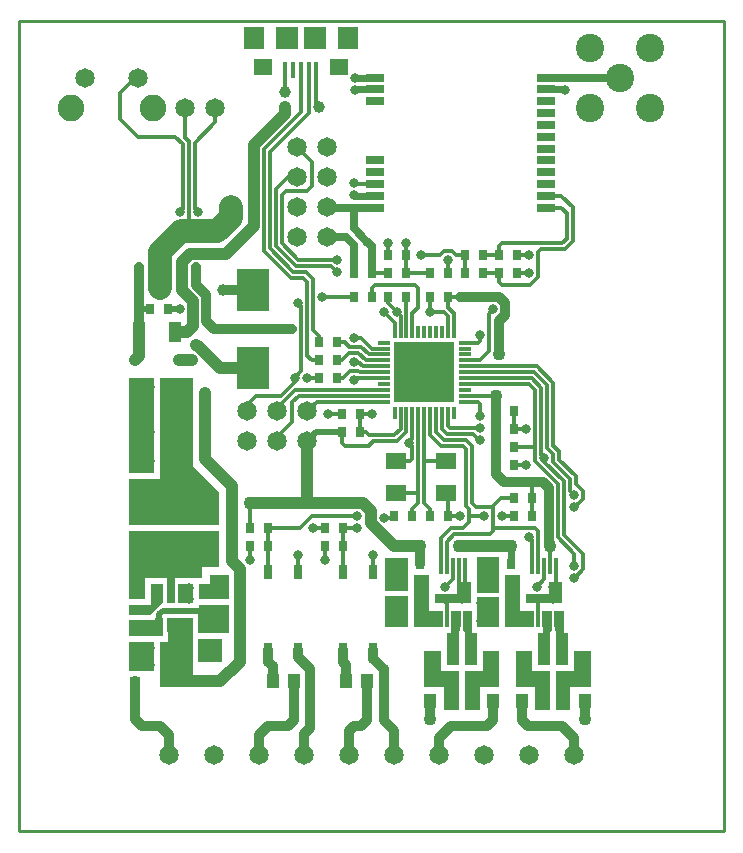
<source format=gbr>
G04 EAGLE Gerber RS-274X export*
G75*
%MOMM*%
%FSLAX34Y34*%
%LPD*%
%INTop Copper*%
%IPPOS*%
%AMOC8*
5,1,8,0,0,1.08239X$1,22.5*%
G01*
%ADD10R,0.762000X0.889000*%
%ADD11C,1.650000*%
%ADD12C,2.400000*%
%ADD13R,0.889000X0.762000*%
%ADD14R,1.016000X1.778000*%
%ADD15R,1.016000X0.304800*%
%ADD16R,0.304800X1.016000*%
%ADD17R,5.080000X5.080000*%
%ADD18R,0.762000X1.270000*%
%ADD19R,1.524000X0.700000*%
%ADD20R,1.016000X1.270000*%
%ADD21R,1.651000X1.397000*%
%ADD22R,1.800000X1.900000*%
%ADD23R,1.900000X1.900000*%
%ADD24R,1.600000X1.400000*%
%ADD25R,0.400000X1.400000*%
%ADD26R,2.794000X3.556000*%
%ADD27R,0.635000X1.143000*%
%ADD28R,3.400000X2.600000*%
%ADD29R,0.300000X1.397000*%
%ADD30C,2.250000*%
%ADD31C,0.806400*%
%ADD32C,0.304800*%
%ADD33C,1.006400*%
%ADD34C,0.609600*%
%ADD35C,0.508000*%
%ADD36C,0.685800*%
%ADD37C,0.812800*%
%ADD38C,1.106400*%
%ADD39C,0.762000*%
%ADD40C,2.032000*%
%ADD41C,1.016000*%
%ADD42C,0.635000*%
%ADD43C,0.254000*%

G36*
X168915Y259079D02*
X168915Y259079D01*
X168915Y259080D01*
X168915Y287020D01*
X168913Y287022D01*
X168914Y287024D01*
X147325Y308612D01*
X147325Y383540D01*
X147321Y383545D01*
X147320Y383545D01*
X119380Y383545D01*
X119375Y383541D01*
X119375Y383540D01*
X119375Y298455D01*
X92710Y298455D01*
X92705Y298451D01*
X92705Y298450D01*
X92705Y259080D01*
X92709Y259075D01*
X92710Y259075D01*
X168910Y259075D01*
X168915Y259079D01*
G37*
G36*
X106685Y196849D02*
X106685Y196849D01*
X106685Y196850D01*
X106685Y214625D01*
X154940Y214625D01*
X154945Y214629D01*
X154945Y214630D01*
X154945Y223515D01*
X168910Y223515D01*
X168915Y223519D01*
X168915Y223520D01*
X168915Y254000D01*
X168911Y254005D01*
X168910Y254005D01*
X92710Y254005D01*
X92705Y254001D01*
X92705Y254000D01*
X92705Y196850D01*
X92709Y196845D01*
X92710Y196845D01*
X106680Y196845D01*
X106685Y196849D01*
G37*
G36*
X114305Y303529D02*
X114305Y303529D01*
X114305Y303530D01*
X114305Y383540D01*
X114301Y383545D01*
X114300Y383545D01*
X92710Y383545D01*
X92705Y383541D01*
X92705Y383540D01*
X92705Y303530D01*
X92709Y303525D01*
X92710Y303525D01*
X114300Y303525D01*
X114305Y303529D01*
G37*
G36*
X147325Y121919D02*
X147325Y121919D01*
X147325Y121920D01*
X147325Y180340D01*
X147321Y180345D01*
X147320Y180345D01*
X125730Y180345D01*
X125725Y180341D01*
X125725Y180340D01*
X125725Y160025D01*
X119380Y160025D01*
X119375Y160021D01*
X119375Y160020D01*
X119375Y121920D01*
X119379Y121915D01*
X119380Y121915D01*
X147320Y121915D01*
X147325Y121919D01*
G37*
G36*
X389895Y102869D02*
X389895Y102869D01*
X389895Y102870D01*
X389895Y121915D01*
X406400Y121915D01*
X406405Y121919D01*
X406405Y121920D01*
X406405Y152400D01*
X406401Y152405D01*
X406400Y152405D01*
X392430Y152405D01*
X392425Y152401D01*
X392425Y152400D01*
X392425Y135895D01*
X377190Y135895D01*
X377185Y135891D01*
X377185Y135890D01*
X377185Y102870D01*
X377189Y102865D01*
X377190Y102865D01*
X389890Y102865D01*
X389895Y102869D01*
G37*
G36*
X372115Y102869D02*
X372115Y102869D01*
X372115Y102870D01*
X372115Y135890D01*
X372111Y135895D01*
X372110Y135895D01*
X356875Y135895D01*
X356875Y152400D01*
X356871Y152405D01*
X356870Y152405D01*
X342900Y152405D01*
X342895Y152401D01*
X342895Y152400D01*
X342895Y121920D01*
X342899Y121915D01*
X342900Y121915D01*
X359405Y121915D01*
X359405Y102870D01*
X359409Y102865D01*
X359410Y102865D01*
X372110Y102865D01*
X372115Y102869D01*
G37*
G36*
X449585Y102869D02*
X449585Y102869D01*
X449585Y102870D01*
X449585Y135890D01*
X449581Y135895D01*
X449580Y135895D01*
X434345Y135895D01*
X434345Y152400D01*
X434341Y152405D01*
X434340Y152405D01*
X420370Y152405D01*
X420365Y152401D01*
X420365Y152400D01*
X420365Y121920D01*
X420369Y121915D01*
X420370Y121915D01*
X436875Y121915D01*
X436875Y102870D01*
X436879Y102865D01*
X436880Y102865D01*
X449580Y102865D01*
X449585Y102869D01*
G37*
G36*
X466095Y102869D02*
X466095Y102869D01*
X466095Y102870D01*
X466095Y121915D01*
X483870Y121915D01*
X483875Y121919D01*
X483875Y121920D01*
X483875Y152400D01*
X483871Y152405D01*
X483870Y152405D01*
X469900Y152405D01*
X469895Y152401D01*
X469895Y152400D01*
X469895Y135895D01*
X454660Y135895D01*
X454655Y135891D01*
X454655Y135890D01*
X454655Y102870D01*
X454659Y102865D01*
X454660Y102865D01*
X466090Y102865D01*
X466095Y102869D01*
G37*
G36*
X435615Y172719D02*
X435615Y172719D01*
X435615Y172720D01*
X435615Y186690D01*
X435611Y186695D01*
X435610Y186695D01*
X424185Y186695D01*
X424185Y217170D01*
X424181Y217175D01*
X424180Y217175D01*
X411480Y217175D01*
X411475Y217171D01*
X411475Y217170D01*
X411475Y172720D01*
X411479Y172715D01*
X411480Y172715D01*
X435610Y172715D01*
X435615Y172719D01*
G37*
G36*
X358145Y172719D02*
X358145Y172719D01*
X358145Y172720D01*
X358145Y186690D01*
X358141Y186695D01*
X358140Y186695D01*
X346715Y186695D01*
X346715Y217170D01*
X346711Y217175D01*
X346710Y217175D01*
X334010Y217175D01*
X334005Y217171D01*
X334005Y217170D01*
X334005Y172720D01*
X334009Y172715D01*
X334010Y172715D01*
X358140Y172715D01*
X358145Y172719D01*
G37*
G36*
X177805Y167639D02*
X177805Y167639D01*
X177805Y167640D01*
X177805Y191770D01*
X177801Y191775D01*
X177800Y191775D01*
X152400Y191775D01*
X152395Y191771D01*
X152395Y191770D01*
X152395Y184155D01*
X151130Y184155D01*
X151125Y184151D01*
X151125Y184150D01*
X151125Y167640D01*
X151129Y167635D01*
X151130Y167635D01*
X177800Y167635D01*
X177805Y167639D01*
G37*
G36*
X406405Y201929D02*
X406405Y201929D01*
X406405Y201930D01*
X406405Y232410D01*
X406401Y232415D01*
X406400Y232415D01*
X387350Y232415D01*
X387345Y232411D01*
X387345Y232410D01*
X387345Y201930D01*
X387349Y201925D01*
X387350Y201925D01*
X406400Y201925D01*
X406405Y201929D01*
G37*
G36*
X328935Y203199D02*
X328935Y203199D01*
X328935Y203200D01*
X328935Y231140D01*
X328931Y231145D01*
X328930Y231145D01*
X309880Y231145D01*
X309875Y231141D01*
X309875Y231140D01*
X309875Y203200D01*
X309879Y203195D01*
X309880Y203195D01*
X328930Y203195D01*
X328935Y203199D01*
G37*
G36*
X114305Y135889D02*
X114305Y135889D01*
X114305Y135890D01*
X114305Y160020D01*
X114301Y160025D01*
X114300Y160025D01*
X92710Y160025D01*
X92705Y160021D01*
X92705Y160020D01*
X92705Y135890D01*
X92709Y135885D01*
X92710Y135885D01*
X114300Y135885D01*
X114305Y135889D01*
G37*
G36*
X328935Y172719D02*
X328935Y172719D01*
X328935Y172720D01*
X328935Y199390D01*
X328931Y199395D01*
X328930Y199395D01*
X309880Y199395D01*
X309875Y199391D01*
X309875Y199390D01*
X309875Y172720D01*
X309879Y172715D01*
X309880Y172715D01*
X328930Y172715D01*
X328935Y172719D01*
G37*
G36*
X406405Y172719D02*
X406405Y172719D01*
X406405Y172720D01*
X406405Y198120D01*
X406401Y198125D01*
X406400Y198125D01*
X387350Y198125D01*
X387345Y198121D01*
X387345Y198120D01*
X387345Y172720D01*
X387349Y172715D01*
X387350Y172715D01*
X406400Y172715D01*
X406405Y172719D01*
G37*
G36*
X177805Y196849D02*
X177805Y196849D01*
X177805Y196850D01*
X177805Y217170D01*
X177801Y217175D01*
X177800Y217175D01*
X161290Y217175D01*
X161285Y217171D01*
X161285Y217170D01*
X161285Y209555D01*
X152400Y209555D01*
X152395Y209551D01*
X152395Y209550D01*
X152395Y196850D01*
X152399Y196845D01*
X152400Y196845D01*
X177800Y196845D01*
X177805Y196849D01*
G37*
G36*
X464825Y140969D02*
X464825Y140969D01*
X464825Y140970D01*
X464825Y167640D01*
X464821Y167645D01*
X464820Y167645D01*
X461015Y167645D01*
X461015Y186690D01*
X461011Y186695D01*
X461010Y186695D01*
X453390Y186695D01*
X453385Y186691D01*
X453385Y186690D01*
X453385Y170180D01*
X453387Y170178D01*
X453386Y170176D01*
X454655Y168908D01*
X454655Y140970D01*
X454659Y140965D01*
X454660Y140965D01*
X464820Y140965D01*
X464825Y140969D01*
G37*
G36*
X387355Y140969D02*
X387355Y140969D01*
X387355Y140970D01*
X387355Y167640D01*
X387351Y167645D01*
X387350Y167645D01*
X383545Y167645D01*
X383545Y186690D01*
X383541Y186695D01*
X383540Y186695D01*
X375920Y186695D01*
X375915Y186691D01*
X375915Y186690D01*
X375915Y170180D01*
X375917Y170178D01*
X375916Y170176D01*
X377185Y168908D01*
X377185Y140970D01*
X377189Y140965D01*
X377190Y140965D01*
X387350Y140965D01*
X387355Y140969D01*
G37*
G36*
X372115Y140969D02*
X372115Y140969D01*
X372115Y140970D01*
X372115Y168908D01*
X373384Y170176D01*
X373384Y170179D01*
X373385Y170180D01*
X373385Y186690D01*
X373381Y186695D01*
X373380Y186695D01*
X365760Y186695D01*
X365755Y186691D01*
X365755Y186690D01*
X365755Y167645D01*
X361950Y167645D01*
X361945Y167641D01*
X361945Y167640D01*
X361945Y140970D01*
X361949Y140965D01*
X361950Y140965D01*
X372110Y140965D01*
X372115Y140969D01*
G37*
G36*
X449585Y140969D02*
X449585Y140969D01*
X449585Y140970D01*
X449585Y168908D01*
X450854Y170176D01*
X450854Y170179D01*
X450855Y170180D01*
X450855Y186690D01*
X450851Y186695D01*
X450850Y186695D01*
X443230Y186695D01*
X443225Y186691D01*
X443225Y186690D01*
X443225Y167645D01*
X439420Y167645D01*
X439415Y167641D01*
X439415Y167640D01*
X439415Y140970D01*
X439419Y140965D01*
X439420Y140965D01*
X449580Y140965D01*
X449585Y140969D01*
G37*
G36*
X121925Y165099D02*
X121925Y165099D01*
X121925Y165100D01*
X121925Y179070D01*
X121921Y179075D01*
X121920Y179075D01*
X92710Y179075D01*
X92705Y179071D01*
X92705Y179070D01*
X92705Y165100D01*
X92709Y165095D01*
X92710Y165095D01*
X121920Y165095D01*
X121925Y165099D01*
G37*
G36*
X171455Y143509D02*
X171455Y143509D01*
X171455Y143510D01*
X171455Y162560D01*
X171451Y162565D01*
X171450Y162565D01*
X151130Y162565D01*
X151125Y162561D01*
X151125Y162560D01*
X151125Y143510D01*
X151129Y143505D01*
X151130Y143505D01*
X171450Y143505D01*
X171455Y143509D01*
G37*
G36*
X110492Y182877D02*
X110492Y182877D01*
X110494Y182876D01*
X121924Y194306D01*
X121924Y194309D01*
X121925Y194310D01*
X121925Y209550D01*
X121921Y209555D01*
X121920Y209555D01*
X111760Y209555D01*
X111755Y209551D01*
X111755Y209550D01*
X111755Y191775D01*
X92710Y191775D01*
X92705Y191771D01*
X92705Y191770D01*
X92705Y182880D01*
X92709Y182875D01*
X92710Y182875D01*
X110490Y182875D01*
X110492Y182877D01*
G37*
G36*
X459745Y193039D02*
X459745Y193039D01*
X459745Y193040D01*
X459745Y210820D01*
X459741Y210825D01*
X459740Y210825D01*
X448310Y210825D01*
X448305Y210821D01*
X448305Y210820D01*
X448305Y200665D01*
X429260Y200665D01*
X429255Y200661D01*
X429255Y200660D01*
X429255Y193040D01*
X429259Y193035D01*
X429260Y193035D01*
X459740Y193035D01*
X459745Y193039D01*
G37*
G36*
X382275Y193039D02*
X382275Y193039D01*
X382275Y193040D01*
X382275Y210820D01*
X382271Y210825D01*
X382270Y210825D01*
X370840Y210825D01*
X370835Y210821D01*
X370835Y210820D01*
X370835Y200665D01*
X351790Y200665D01*
X351785Y200661D01*
X351785Y200660D01*
X351785Y193040D01*
X351789Y193035D01*
X351790Y193035D01*
X382270Y193035D01*
X382275Y193039D01*
G37*
G36*
X147325Y193039D02*
X147325Y193039D01*
X147325Y193040D01*
X147325Y209550D01*
X147321Y209555D01*
X147320Y209555D01*
X134620Y209555D01*
X134615Y209551D01*
X134615Y209550D01*
X134615Y193040D01*
X134619Y193035D01*
X134620Y193035D01*
X147320Y193035D01*
X147325Y193039D01*
G37*
D10*
X419100Y340360D03*
X403860Y340360D03*
X125730Y441960D03*
X110490Y441960D03*
X283210Y487680D03*
X298450Y487680D03*
X283210Y472440D03*
X298450Y472440D03*
X363220Y472440D03*
X347980Y472440D03*
X419100Y355600D03*
X403860Y355600D03*
X317500Y266700D03*
X332740Y266700D03*
X363220Y266700D03*
X347980Y266700D03*
X312420Y452120D03*
X327660Y452120D03*
X254000Y383540D03*
X269240Y383540D03*
X273050Y353060D03*
X288290Y353060D03*
D11*
X218440Y330200D03*
X193040Y355600D03*
X193040Y330200D03*
X243840Y355600D03*
X243840Y330200D03*
X218440Y355600D03*
X234950Y502920D03*
X260350Y579120D03*
X260350Y553720D03*
X234950Y579120D03*
X234950Y553720D03*
X234950Y528320D03*
X260350Y528320D03*
X260350Y502920D03*
D12*
X508450Y637540D03*
X483050Y662940D03*
X483050Y612140D03*
X533850Y612140D03*
X533850Y662940D03*
D13*
X135255Y398780D03*
X98425Y398780D03*
X135255Y127000D03*
X98425Y127000D03*
X135255Y375920D03*
X98425Y375920D03*
D14*
X132080Y422910D03*
X101600Y422910D03*
D15*
X308610Y413620D03*
X308610Y408620D03*
X308610Y403620D03*
X308610Y398620D03*
X308610Y393620D03*
X308610Y388620D03*
X308610Y383620D03*
X308610Y378620D03*
X308610Y373620D03*
X308610Y368620D03*
X308610Y363620D03*
D16*
X317900Y354330D03*
X322900Y354330D03*
X327900Y354330D03*
X332900Y354330D03*
X337900Y354330D03*
X342900Y354330D03*
X347900Y354330D03*
X352900Y354330D03*
X357900Y354330D03*
X362900Y354330D03*
X367900Y354330D03*
D15*
X377190Y363620D03*
X377190Y368620D03*
X377190Y373620D03*
X377190Y378620D03*
X377190Y383620D03*
X377190Y388620D03*
X377190Y393620D03*
X377190Y398620D03*
X377190Y403620D03*
X377190Y408620D03*
X377190Y413620D03*
D16*
X367900Y422910D03*
X362900Y422910D03*
X357900Y422910D03*
X352900Y422910D03*
X347900Y422910D03*
X342900Y422910D03*
X337900Y422910D03*
X332900Y422910D03*
X327900Y422910D03*
X322900Y422910D03*
X317900Y422910D03*
D17*
X342900Y388620D03*
D18*
X210820Y153690D03*
X236220Y153690D03*
X236220Y219690D03*
X210820Y219690D03*
X274320Y153690D03*
X299720Y153690D03*
X299720Y219690D03*
X274320Y219690D03*
D19*
X445770Y527970D03*
X445770Y537970D03*
X445770Y547970D03*
X445770Y557970D03*
X445770Y567970D03*
X445770Y577970D03*
X445770Y587970D03*
X445770Y597970D03*
X445770Y607970D03*
X445770Y617970D03*
X445770Y627970D03*
X445770Y637970D03*
X300990Y637970D03*
X300990Y627970D03*
X300990Y617970D03*
X300990Y567970D03*
X300990Y557970D03*
X300990Y547970D03*
X300990Y537970D03*
X300990Y527970D03*
D10*
X273050Y337820D03*
X288290Y337820D03*
X254000Y414020D03*
X269240Y414020D03*
D20*
X232410Y127000D03*
X214630Y127000D03*
D10*
X195580Y256540D03*
X210820Y256540D03*
D20*
X294640Y127000D03*
X276860Y127000D03*
D10*
X259080Y256540D03*
X274320Y256540D03*
X254000Y398780D03*
X269240Y398780D03*
X421640Y487680D03*
X406400Y487680D03*
X298450Y452120D03*
X283210Y452120D03*
X392430Y487680D03*
X377190Y487680D03*
X421640Y472440D03*
X406400Y472440D03*
X392430Y472440D03*
X377190Y472440D03*
X327660Y487680D03*
X312420Y487680D03*
X327660Y472440D03*
X312420Y472440D03*
D21*
X319405Y286385D03*
X361315Y286385D03*
X361315Y313055D03*
X319405Y313055D03*
D22*
X278450Y671300D03*
D23*
X250450Y671300D03*
D22*
X198450Y671300D03*
D23*
X226450Y671300D03*
D24*
X270450Y647300D03*
X206450Y647300D03*
D25*
X238450Y644300D03*
X244950Y644300D03*
X251450Y644300D03*
X231950Y644300D03*
X225450Y644300D03*
D26*
X198120Y392430D03*
X198120Y458470D03*
D10*
X347980Y452120D03*
X363220Y452120D03*
D27*
X118770Y174625D03*
X128270Y174625D03*
X137770Y174625D03*
X137770Y198755D03*
X128270Y198755D03*
X118770Y198755D03*
D14*
X101600Y151130D03*
X132080Y151130D03*
X101600Y313690D03*
X132080Y313690D03*
X101600Y337820D03*
X132080Y337820D03*
D28*
X128270Y285540D03*
X128270Y227540D03*
D13*
X100330Y201930D03*
X100330Y186690D03*
D10*
X109220Y356870D03*
X124460Y356870D03*
D13*
X156210Y157480D03*
X156210Y172720D03*
X171450Y201930D03*
X171450Y186690D03*
X156210Y186690D03*
X156210Y201930D03*
D10*
X444500Y161290D03*
X459740Y161290D03*
X429260Y146050D03*
X444500Y146050D03*
X474980Y146050D03*
X459740Y146050D03*
X195580Y241300D03*
X210820Y241300D03*
X259080Y241300D03*
X274320Y241300D03*
X401320Y193040D03*
X416560Y193040D03*
X401320Y177800D03*
X416560Y177800D03*
X434340Y266700D03*
X419100Y266700D03*
X434340Y281940D03*
X419100Y281940D03*
X416560Y226060D03*
X401320Y226060D03*
D20*
X400050Y209550D03*
X417830Y209550D03*
D10*
X382270Y146050D03*
X397510Y146050D03*
X367030Y146050D03*
X351790Y146050D03*
X367030Y161290D03*
X382270Y161290D03*
X323850Y177800D03*
X339090Y177800D03*
X323850Y193040D03*
X339090Y193040D03*
D20*
X322580Y209550D03*
X340360Y209550D03*
D10*
X339090Y226060D03*
X323850Y226060D03*
D29*
X377030Y224155D03*
X372030Y224155D03*
X367030Y224155D03*
X362030Y224155D03*
X357030Y224155D03*
X357030Y179705D03*
X362030Y179705D03*
X367030Y179705D03*
X372030Y179705D03*
X377030Y179705D03*
X454500Y224155D03*
X449500Y224155D03*
X444500Y224155D03*
X439500Y224155D03*
X434500Y224155D03*
X434500Y179705D03*
X439500Y179705D03*
X444500Y179705D03*
X449500Y179705D03*
X454500Y179705D03*
D10*
X403860Y325120D03*
X419100Y325120D03*
X403860Y309880D03*
X419100Y309880D03*
D11*
X393700Y64770D03*
X355600Y64770D03*
X317500Y64770D03*
X279400Y64770D03*
X241300Y64770D03*
X203200Y64770D03*
X165100Y64770D03*
X127000Y64770D03*
X431800Y64770D03*
X469900Y64770D03*
X100950Y637540D03*
X55950Y637540D03*
D30*
X113450Y612540D03*
X43450Y612540D03*
D11*
X140750Y612140D03*
X166150Y612140D03*
D20*
X365760Y129540D03*
X383540Y129540D03*
X443230Y129540D03*
X461010Y129540D03*
X347980Y110490D03*
X365760Y110490D03*
X401320Y110490D03*
X383540Y110490D03*
X425450Y110490D03*
X443230Y110490D03*
X478790Y110490D03*
X461010Y110490D03*
D31*
X308610Y265430D03*
X373380Y266700D03*
D32*
X317500Y266700D02*
X316230Y265430D01*
X308610Y265430D01*
X363220Y266700D02*
X373380Y266700D01*
X363220Y266700D02*
X363220Y284480D01*
X361315Y286385D01*
D31*
X389890Y351790D03*
D32*
X389890Y361950D01*
D31*
X330200Y328930D03*
D32*
X332900Y331630D01*
X330200Y328930D02*
X332820Y326310D01*
X330835Y313055D02*
X319405Y313055D01*
X332820Y315040D02*
X332820Y326310D01*
X332820Y315040D02*
X330835Y313055D01*
D31*
X261620Y353060D03*
D32*
X273050Y353060D01*
D31*
X389890Y420370D03*
D32*
X388220Y413620D02*
X377190Y413620D01*
X389890Y415290D02*
X389890Y420370D01*
X389890Y415290D02*
X388220Y413620D01*
D31*
X135890Y441960D03*
X283210Y397510D03*
D32*
X287020Y397510D01*
D31*
X243840Y383540D03*
D32*
X254000Y383540D01*
D31*
X320040Y439420D03*
D32*
X322900Y436560D02*
X322900Y422910D01*
X322900Y436560D02*
X320040Y439420D01*
D33*
X224790Y626110D03*
D31*
X284480Y637540D03*
X284480Y627380D03*
X462280Y627380D03*
X283210Y538480D03*
D34*
X284910Y637970D02*
X300990Y637970D01*
X284910Y637970D02*
X284480Y637540D01*
X285070Y627970D02*
X300990Y627970D01*
X285070Y627970D02*
X284480Y627380D01*
X283720Y537970D02*
X300990Y537970D01*
X283720Y537970D02*
X283210Y538480D01*
X445770Y627970D02*
X461690Y627970D01*
X462280Y627380D01*
D31*
X347980Y439420D03*
X198120Y671830D03*
D32*
X196840Y671830D01*
X198450Y671300D01*
D31*
X227330Y671830D03*
D32*
X226800Y671300D01*
X226450Y671300D01*
D31*
X250190Y671830D03*
D32*
X250190Y671317D01*
X250450Y671300D01*
D31*
X279400Y671830D03*
D32*
X278870Y671300D01*
X278450Y671300D01*
D31*
X207010Y646430D03*
D32*
X206159Y647281D01*
X206450Y647300D01*
D31*
X270510Y646430D03*
D32*
X270450Y646490D01*
X270450Y647300D01*
D31*
X110490Y375920D03*
X99060Y356870D03*
X110490Y337820D03*
X110490Y313690D03*
X143510Y205740D03*
X143510Y196850D03*
X166370Y157480D03*
X110490Y154940D03*
X110490Y140970D03*
D35*
X125730Y441960D02*
X135890Y441960D01*
D31*
X313690Y193040D03*
X313690Y177800D03*
X391160Y193040D03*
X391160Y177800D03*
X360680Y196850D03*
X374650Y196850D03*
X374650Y207010D03*
D32*
X362030Y196850D02*
X362030Y179705D01*
X362030Y196850D02*
X360680Y196850D01*
X372030Y207010D02*
X372030Y224155D01*
X372030Y207010D02*
X374650Y207010D01*
X377030Y207010D02*
X377030Y224155D01*
X377030Y207010D02*
X374650Y207010D01*
D31*
X452120Y207010D03*
X438150Y196850D03*
X452120Y196850D03*
D32*
X439500Y195500D02*
X439500Y179705D01*
X439500Y195500D02*
X438150Y196850D01*
X454500Y209390D02*
X454500Y224155D01*
X454500Y209390D02*
X452120Y207010D01*
X347980Y439420D02*
X347980Y452120D01*
D31*
X156210Y147320D03*
X325120Y406400D03*
X360680Y406400D03*
X360680Y370840D03*
X325120Y370840D03*
D32*
X325120Y388620D02*
X342900Y388620D01*
X325120Y388620D02*
X325120Y406400D01*
X342900Y406400D02*
X342900Y388620D01*
X342900Y406400D02*
X360680Y406400D01*
X360680Y388620D02*
X342900Y388620D01*
X360680Y388620D02*
X360680Y370840D01*
X342900Y370840D02*
X342900Y388620D01*
X342900Y370840D02*
X325120Y370840D01*
X362900Y422910D02*
X362900Y435930D01*
X312420Y447008D02*
X312420Y452120D01*
X312452Y447008D02*
X320040Y439420D01*
X312452Y447008D02*
X312420Y447008D01*
D31*
X299720Y233680D03*
D32*
X299720Y219690D01*
D31*
X195580Y229870D03*
X236220Y233680D03*
X259080Y229870D03*
D32*
X195580Y229870D02*
X195580Y241300D01*
X236220Y233680D02*
X236220Y219690D01*
X259080Y229870D02*
X259080Y241300D01*
X225450Y626770D02*
X225450Y644300D01*
X225450Y626770D02*
X224790Y626110D01*
X359410Y439420D02*
X362900Y435930D01*
X359410Y439420D02*
X347980Y439420D01*
X419100Y355600D02*
X419100Y340360D01*
D31*
X429260Y340360D03*
D32*
X419100Y340360D01*
D36*
X283210Y472440D02*
X283210Y487680D01*
X283210Y496570D01*
X276860Y502920D02*
X260350Y502920D01*
X276860Y502920D02*
X283210Y496570D01*
D31*
X363220Y483870D03*
D32*
X363220Y472440D01*
D33*
X172720Y458470D03*
D37*
X198120Y458470D01*
D32*
X290910Y393620D02*
X308610Y393620D01*
X290910Y393620D02*
X287020Y397510D01*
X332900Y354330D02*
X332900Y331630D01*
X377190Y363620D02*
X388220Y363620D01*
X389890Y361950D01*
D31*
X283210Y548640D03*
D32*
X283880Y547970D02*
X300990Y547970D01*
X283880Y547970D02*
X283210Y548640D01*
X327660Y487680D02*
X327660Y472440D01*
D31*
X327660Y497840D03*
D32*
X327660Y487680D01*
X327660Y472440D02*
X347980Y472440D01*
D31*
X308610Y439420D03*
D32*
X317900Y430130D02*
X317900Y422910D01*
X317900Y430130D02*
X308610Y439420D01*
D38*
X179070Y528320D03*
D39*
X171450Y201930D02*
X156210Y201930D01*
D31*
X167640Y212090D03*
D38*
X153670Y278130D03*
X119380Y459740D03*
D40*
X119380Y490220D01*
D38*
X138430Y356870D03*
X195580Y278130D03*
X449580Y241300D03*
X416560Y241300D03*
X372110Y241300D03*
D41*
X416560Y241300D01*
D32*
X449500Y241220D02*
X449500Y224155D01*
X449500Y241220D02*
X449580Y241300D01*
D38*
X339090Y241300D03*
D37*
X339090Y226060D01*
D34*
X416560Y226060D02*
X416560Y241300D01*
D33*
X149860Y411480D03*
D32*
X367900Y422910D02*
X367900Y438550D01*
X363220Y443230D01*
X363220Y452120D01*
D41*
X290830Y278130D02*
X297466Y271494D01*
X297466Y260814D02*
X316980Y241300D01*
X297466Y260814D02*
X297466Y271494D01*
X316980Y241300D02*
X339090Y241300D01*
X290830Y278130D02*
X248920Y278130D01*
D31*
X248920Y256540D03*
D41*
X248920Y278130D02*
X242570Y278130D01*
X195580Y278130D01*
D32*
X248920Y256540D02*
X259080Y256540D01*
X195580Y256540D02*
X195580Y278130D01*
D31*
X248920Y278130D03*
D41*
X198120Y392430D02*
X169642Y392430D01*
X150368Y410972D02*
X149860Y411480D01*
X150368Y410972D02*
X151100Y410972D01*
X169642Y392430D01*
D40*
X119380Y490220D02*
X137160Y508000D01*
X179070Y519430D02*
X179070Y528320D01*
X167640Y508000D02*
X137160Y508000D01*
X167640Y508000D02*
X179070Y519430D01*
D37*
X448310Y290830D02*
X448310Y242570D01*
X449580Y241300D01*
X448310Y290830D02*
X443230Y295910D01*
X434340Y295910D01*
X410210Y295910D01*
D32*
X434340Y295910D02*
X434340Y281940D01*
X434340Y266700D01*
X143542Y514382D02*
X137160Y508000D01*
D41*
X243840Y330200D02*
X243840Y279400D01*
X242570Y278130D01*
D37*
X403860Y340360D02*
X403860Y355600D01*
X403860Y340360D02*
X403860Y325120D01*
X403860Y309880D01*
X403860Y302260D02*
X410210Y295910D01*
X403860Y302260D02*
X403860Y309880D01*
D38*
X403860Y368300D03*
D37*
X403860Y355600D01*
D35*
X251460Y337820D02*
X243840Y330200D01*
X251460Y337820D02*
X273050Y337820D01*
D32*
X273050Y328930D02*
X275590Y326390D01*
X273050Y328930D02*
X273050Y337820D01*
X275590Y326390D02*
X295910Y326390D01*
X299720Y330200D02*
X320040Y330200D01*
X299720Y330200D02*
X295910Y326390D01*
D31*
X373380Y452120D03*
D32*
X363220Y452120D01*
D37*
X373380Y452120D02*
X406400Y452120D01*
X411448Y447072D01*
D32*
X403540Y368620D02*
X377190Y368620D01*
X403540Y368620D02*
X403860Y368300D01*
D37*
X411448Y436848D02*
X411448Y447072D01*
X411448Y436848D02*
X406400Y431800D01*
D38*
X406400Y403860D03*
D37*
X406400Y431800D01*
D32*
X327900Y354330D02*
X327900Y338060D01*
X320040Y330200D01*
X140750Y586960D02*
X140750Y612140D01*
X143542Y584168D02*
X143542Y514382D01*
X143542Y584168D02*
X140750Y586960D01*
X251860Y363620D02*
X243840Y355600D01*
X251860Y363620D02*
X308610Y363620D01*
X231140Y346710D02*
X218440Y334010D01*
X218440Y330200D01*
X231140Y363220D02*
X236540Y368620D01*
X231140Y363220D02*
X231140Y346710D01*
X236540Y368620D02*
X308610Y368620D01*
X319405Y286385D02*
X337900Y286385D01*
X337900Y278210D01*
X332740Y273050D01*
X332740Y266700D01*
X337900Y286385D02*
X337900Y354330D01*
X342900Y313055D02*
X361315Y313055D01*
X342900Y313055D02*
X342900Y278130D01*
X347980Y273050D01*
X347980Y266700D01*
X342900Y313055D02*
X342900Y354330D01*
X289560Y410210D02*
X279400Y410210D01*
X275590Y414020D01*
X269240Y414020D01*
X296150Y403620D02*
X308610Y403620D01*
X296150Y403620D02*
X289560Y410210D01*
X287020Y405130D02*
X279400Y405130D01*
X273050Y398780D01*
X269240Y398780D01*
X293530Y398620D02*
X308610Y398620D01*
X293530Y398620D02*
X287020Y405130D01*
X218440Y358140D02*
X218440Y355600D01*
X218440Y358140D02*
X233920Y373620D01*
X308610Y373620D01*
X327900Y451880D02*
X327660Y452120D01*
X327900Y451880D02*
X327900Y422910D01*
D31*
X283210Y382270D03*
D32*
X284560Y383620D02*
X308610Y383620D01*
X284560Y383620D02*
X283210Y382270D01*
D31*
X283210Y417830D03*
D32*
X289560Y417830D01*
D31*
X149860Y477520D03*
X101600Y477520D03*
D41*
X101600Y401955D02*
X98425Y398780D01*
X101600Y401955D02*
X101600Y422910D01*
D37*
X101600Y441960D02*
X101600Y477520D01*
D35*
X101600Y441960D02*
X110490Y441960D01*
D37*
X101600Y441960D02*
X101600Y422910D01*
X149860Y462095D02*
X149860Y477520D01*
X149860Y462095D02*
X158210Y453745D01*
X158210Y432340D01*
X165100Y425450D01*
D31*
X231140Y425450D03*
D37*
X165100Y425450D01*
D32*
X298770Y408620D02*
X308610Y408620D01*
X298770Y408620D02*
X289560Y417830D01*
X287020Y389890D02*
X280099Y389890D01*
X273749Y383540D02*
X269240Y383540D01*
X273749Y383540D02*
X280099Y389890D01*
X288290Y388620D02*
X308610Y388620D01*
X288290Y388620D02*
X287020Y389890D01*
X392430Y487680D02*
X406400Y487680D01*
X406400Y495300D01*
X408940Y497840D01*
X459740Y497840D01*
X463550Y501650D02*
X463550Y523240D01*
X463550Y501650D02*
X459740Y497840D01*
X458820Y527970D02*
X445770Y527970D01*
X458820Y527970D02*
X463550Y523240D01*
X406400Y472440D02*
X392430Y472440D01*
X406400Y472440D02*
X406400Y464820D01*
X408940Y462280D01*
X432371Y462280D01*
X439388Y490188D02*
X441960Y492760D01*
X439388Y490188D02*
X439388Y469297D01*
X432371Y462280D01*
X441960Y492760D02*
X461844Y492760D01*
X468630Y499546D01*
X458980Y537970D02*
X445770Y537970D01*
X468630Y528320D02*
X468630Y499546D01*
X468630Y528320D02*
X458980Y537970D01*
D36*
X260700Y527970D02*
X260350Y528320D01*
X283210Y527970D02*
X300990Y527970D01*
X283210Y527970D02*
X260700Y527970D01*
X283210Y527970D02*
X283210Y510540D01*
X294640Y499110D01*
X298450Y495300D01*
X298450Y487680D01*
X298450Y472440D01*
D32*
X312420Y472440D01*
D31*
X294640Y499110D03*
X340360Y487680D03*
D32*
X356171Y487680D02*
X359981Y491490D01*
X356171Y487680D02*
X340360Y487680D01*
X359981Y491490D02*
X366331Y491490D01*
X370141Y487680D02*
X377190Y487680D01*
X370141Y487680D02*
X366331Y491490D01*
X377190Y487680D02*
X377190Y472440D01*
D31*
X431800Y248920D03*
D32*
X434500Y246220D02*
X434500Y224155D01*
X434500Y246220D02*
X431800Y248920D01*
D31*
X408940Y266700D03*
X393700Y266700D03*
D32*
X375920Y326390D02*
X356870Y326390D01*
X357030Y247810D02*
X357030Y224155D01*
X357030Y247810D02*
X365958Y256738D01*
X408940Y266700D02*
X419100Y266700D01*
X378460Y323850D02*
X375920Y326390D01*
X378460Y275590D02*
X381000Y273050D01*
X378460Y275590D02*
X378460Y323850D01*
X376118Y256738D02*
X365958Y256738D01*
X381000Y261620D02*
X381000Y266700D01*
X381000Y273050D01*
X381000Y261620D02*
X376118Y256738D01*
X381000Y266700D02*
X393700Y266700D01*
X347900Y335360D02*
X347900Y354330D01*
X347900Y335360D02*
X356870Y326390D01*
X359410Y331470D02*
X378460Y331470D01*
X362030Y245190D02*
X362030Y224155D01*
X383540Y326390D02*
X378460Y331470D01*
X383540Y326390D02*
X383540Y277694D01*
X386914Y274320D01*
X401288Y269843D02*
X401288Y256540D01*
X401288Y269843D02*
X401320Y269875D01*
X401320Y274320D01*
X401320Y275590D01*
X407670Y281940D01*
X419100Y281940D01*
X401320Y274320D02*
X386914Y274320D01*
X368300Y251460D02*
X362030Y245190D01*
X436880Y256540D02*
X439500Y253920D01*
X436880Y256540D02*
X401288Y256540D01*
X439500Y253920D02*
X439500Y224155D01*
X398748Y251460D02*
X368300Y251460D01*
X398748Y251460D02*
X401288Y254000D01*
X401288Y256540D01*
X352900Y337980D02*
X352900Y354330D01*
X352900Y337980D02*
X359410Y331470D01*
D37*
X98425Y127000D02*
X98425Y94615D01*
X104140Y88900D01*
X119380Y88900D01*
X127000Y81280D02*
X127000Y64770D01*
X127000Y81280D02*
X119380Y88900D01*
D32*
X254000Y414020D02*
X254000Y419100D01*
X248920Y424180D01*
X248920Y467360D02*
X242570Y473710D01*
X248920Y467360D02*
X248920Y424180D01*
X242570Y473710D02*
X232012Y473710D01*
X212090Y493632D01*
X212090Y575310D01*
X244950Y608170D02*
X244950Y644300D01*
X244950Y608170D02*
X212090Y575310D01*
X243840Y402590D02*
X247650Y398780D01*
X254000Y398780D01*
X240466Y468630D02*
X229907Y468630D01*
X240466Y468630D02*
X243840Y465256D01*
X229907Y468630D02*
X207010Y491527D01*
X243840Y465256D02*
X243840Y402590D01*
X207010Y491527D02*
X207010Y577414D01*
X238450Y608854D02*
X238450Y644300D01*
X238450Y608854D02*
X207010Y577414D01*
D36*
X445770Y637970D02*
X505470Y637970D01*
X508450Y637540D01*
D31*
X312420Y497840D03*
D32*
X312420Y487680D01*
D31*
X401320Y441960D03*
D32*
X389730Y398620D02*
X377190Y398620D01*
X389730Y398620D02*
X397478Y406368D01*
X397478Y438118D02*
X401320Y441960D01*
X397478Y438118D02*
X397478Y406368D01*
D31*
X431800Y487680D03*
D32*
X421640Y487680D01*
D31*
X431800Y472440D03*
D32*
X421640Y472440D01*
D37*
X210820Y153690D02*
X210820Y143510D01*
X214630Y139700D01*
X214630Y127000D01*
X274320Y143510D02*
X274320Y153690D01*
X274320Y143510D02*
X276860Y140970D01*
X276860Y127000D01*
X236220Y147320D02*
X236220Y153690D01*
X236220Y147320D02*
X246380Y137160D01*
X246380Y87630D01*
X241300Y82550D02*
X241300Y64770D01*
X241300Y82550D02*
X246380Y87630D01*
X232410Y93980D02*
X232410Y127000D01*
X232410Y93980D02*
X227330Y88900D01*
X210820Y88900D01*
X203200Y81280D02*
X203200Y64770D01*
X203200Y81280D02*
X210820Y88900D01*
D41*
X180340Y292100D02*
X157480Y314960D01*
X180340Y228600D02*
X186690Y222250D01*
X186690Y143510D01*
X170180Y127000D02*
X135255Y127000D01*
X180340Y228600D02*
X180340Y292100D01*
X186690Y143510D02*
X170180Y127000D01*
D33*
X146050Y398780D03*
D41*
X135255Y398780D01*
D33*
X157480Y370840D03*
D41*
X157480Y314960D01*
D31*
X298450Y353060D03*
D32*
X288290Y353060D02*
X288290Y337820D01*
D31*
X233680Y383540D03*
D32*
X200660Y368300D02*
X193040Y360680D01*
X193040Y355600D01*
X288290Y337820D02*
X293370Y337820D01*
X295910Y335280D02*
X317500Y335280D01*
X295910Y335280D02*
X293370Y337820D01*
X221416Y368300D02*
X200660Y368300D01*
X233680Y380564D02*
X233680Y383540D01*
X233680Y380564D02*
X221416Y368300D01*
X233680Y383540D02*
X236252Y386112D01*
X236252Y386683D01*
X238760Y389191D01*
D31*
X236220Y447040D03*
D32*
X238760Y444500D01*
X238760Y389191D01*
D31*
X135890Y524510D03*
D32*
X100330Y588010D02*
X85400Y602940D01*
X85400Y625150D01*
X97790Y637540D02*
X100950Y637540D01*
X97790Y637540D02*
X85400Y625150D01*
X100330Y588010D02*
X132080Y588010D01*
X288290Y353060D02*
X298450Y353060D01*
X322900Y354330D02*
X322900Y340680D01*
X317500Y335280D01*
X135890Y524510D02*
X138462Y527082D01*
X138462Y581628D02*
X132080Y588010D01*
X138462Y581628D02*
X138462Y527082D01*
D42*
X128270Y218440D02*
X128270Y198755D01*
D34*
X128270Y218440D02*
X128270Y227540D01*
D35*
X118770Y183540D02*
X118770Y174625D01*
X121920Y186690D02*
X156210Y186690D01*
X121920Y186690D02*
X118770Y183540D01*
D31*
X285750Y256540D03*
D32*
X274320Y256540D02*
X274320Y241300D01*
X274320Y219690D01*
X274320Y256540D02*
X285750Y256540D01*
D31*
X469900Y274320D03*
D32*
X472472Y276892D01*
X473043Y276892D01*
X477488Y281337D01*
X477488Y287623D02*
X471170Y293941D01*
X477488Y287623D02*
X477488Y281337D01*
X471170Y293941D02*
X471170Y300299D01*
X457168Y314301D01*
X457168Y321477D02*
X452120Y326525D01*
X457168Y321477D02*
X457168Y314301D01*
X452120Y326525D02*
X452120Y379693D01*
X438193Y393620D02*
X377190Y393620D01*
X438193Y393620D02*
X452120Y379693D01*
D31*
X285750Y266700D03*
D32*
X210820Y256540D02*
X210820Y241300D01*
X210820Y219690D01*
X247650Y266700D02*
X285750Y266700D01*
X247650Y266700D02*
X237490Y256540D01*
X210820Y256540D01*
D31*
X469900Y284480D03*
D32*
X466090Y288290D01*
X466090Y298195D01*
X452088Y312197D02*
X452088Y319373D01*
X452088Y312197D02*
X466090Y298195D01*
X452088Y319373D02*
X447040Y324421D01*
X447040Y377589D01*
X436009Y388620D02*
X377190Y388620D01*
X436009Y388620D02*
X447040Y377589D01*
D37*
X299720Y153690D02*
X299720Y146050D01*
X308610Y137160D01*
X308610Y93980D01*
X317500Y85090D02*
X317500Y64770D01*
X317500Y85090D02*
X308610Y93980D01*
X294640Y93980D02*
X294640Y127000D01*
X294640Y93980D02*
X289560Y88900D01*
X283210Y88900D01*
X279400Y85090D01*
X279400Y64770D01*
D41*
X147034Y427704D02*
X147034Y449116D01*
X137922Y458228D01*
X147034Y427704D02*
X142240Y422910D01*
X137922Y458228D02*
X137922Y482092D01*
X142240Y422910D02*
X132080Y422910D01*
D33*
X224790Y613410D03*
X254000Y613410D03*
D41*
X224790Y613410D02*
X224790Y607407D01*
X198374Y580991D01*
X144780Y488950D02*
X137922Y482092D01*
X144780Y488950D02*
X175260Y488950D01*
X198374Y512064D01*
X198374Y580991D01*
D32*
X251450Y615960D02*
X251450Y644300D01*
X251450Y615960D02*
X254000Y613410D01*
D31*
X360680Y207010D03*
D32*
X367030Y213360D02*
X367030Y224155D01*
X367030Y213360D02*
X360680Y207010D01*
D31*
X469900Y224790D03*
D32*
X469900Y234950D01*
X455930Y248920D01*
X455930Y293986D01*
X436880Y313036D01*
X436880Y325120D01*
X436880Y373380D01*
X436880Y325120D02*
X419100Y325120D01*
X436880Y373380D02*
X431640Y378620D01*
X377190Y378620D01*
D31*
X256540Y452120D03*
D32*
X283210Y452120D01*
D31*
X151130Y524510D03*
D32*
X148622Y527018D01*
X166150Y600490D02*
X166150Y612140D01*
X148622Y582962D02*
X148622Y527018D01*
X148622Y582962D02*
X166150Y600490D01*
D31*
X438150Y207010D03*
D32*
X444500Y213360D02*
X444500Y224155D01*
X444500Y213360D02*
X438150Y207010D01*
D31*
X429260Y309880D03*
D32*
X419100Y309880D01*
D31*
X444500Y316230D03*
D32*
X441960Y318770D01*
X441960Y375484D01*
D31*
X469900Y214630D03*
D32*
X470471Y214630D02*
X477488Y221647D01*
X470471Y214630D02*
X469900Y214630D01*
X477488Y234546D02*
X461010Y251024D01*
X477488Y234546D02*
X477488Y221647D01*
X461010Y251024D02*
X461010Y296091D01*
X444500Y312601D02*
X444500Y316230D01*
X444500Y312601D02*
X461010Y296091D01*
X441960Y375484D02*
X433824Y383620D01*
X377190Y383620D01*
X298450Y452120D02*
X298450Y459740D01*
X300990Y462280D01*
X335280Y462280D01*
X337820Y459740D01*
X337820Y443230D01*
X332900Y438310D02*
X332900Y422910D01*
X332900Y438310D02*
X337820Y443230D01*
D31*
X389890Y341630D03*
D32*
X364490Y341630D01*
X247650Y566420D02*
X234950Y579120D01*
X247650Y546100D02*
X243464Y541914D01*
X247650Y546100D02*
X247650Y566420D01*
X243464Y541914D02*
X225684Y541914D01*
X222250Y538480D01*
X222250Y497840D01*
X236220Y483870D01*
D31*
X269240Y483870D03*
D32*
X236220Y483870D01*
X362900Y354330D02*
X362900Y343220D01*
X364490Y341630D01*
D31*
X389890Y331470D03*
D32*
X389319Y331470D01*
X384239Y336550D01*
X361950Y336550D01*
X234950Y553720D02*
X227330Y553720D01*
X217170Y543560D01*
X217170Y495736D01*
X234116Y478790D01*
D31*
X269240Y473710D03*
D32*
X268669Y473710D01*
X263589Y478790D01*
X234116Y478790D01*
X357900Y354330D02*
X357900Y340600D01*
X361950Y336550D01*
D38*
X347980Y95250D03*
D37*
X347980Y110490D01*
X401320Y110490D02*
X401320Y93980D01*
X396240Y88900D01*
X365760Y88900D01*
X355600Y78740D01*
X355600Y64770D01*
X425450Y93980D02*
X425450Y110490D01*
X430530Y88900D02*
X459740Y88900D01*
X469900Y78740D01*
X469900Y64770D01*
X430530Y88900D02*
X425450Y93980D01*
D38*
X478790Y95250D03*
D37*
X478790Y110490D01*
D43*
X0Y0D02*
X596900Y0D01*
X596900Y685800D01*
X0Y685800D01*
X0Y0D01*
M02*

</source>
